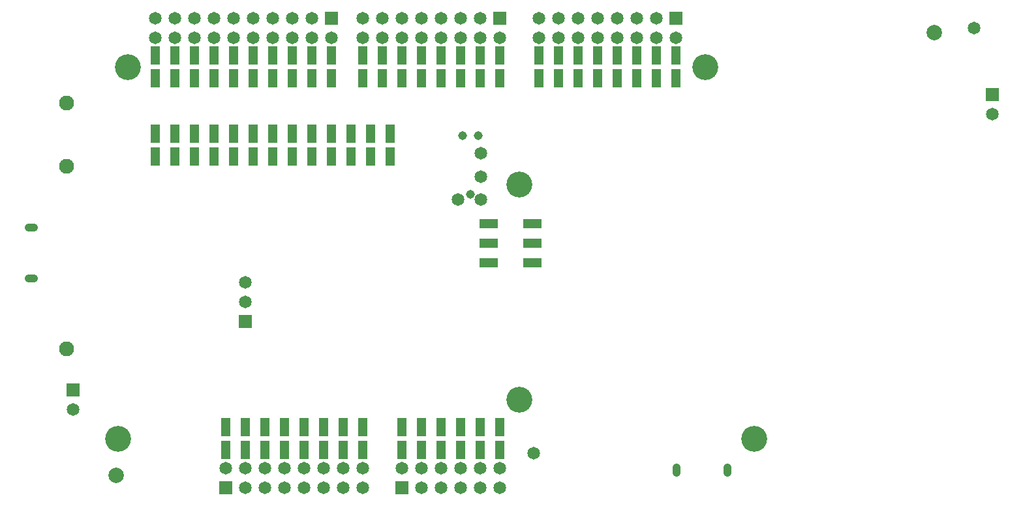
<source format=gbs>
G04*
G04 #@! TF.GenerationSoftware,Altium Limited,Altium Designer,22.6.1 (34)*
G04*
G04 Layer_Color=16711935*
%FSLAX24Y24*%
%MOIN*%
G70*
G04*
G04 #@! TF.SameCoordinates,198B4140-4809-47D1-8AA6-A140D55DAB78*
G04*
G04*
G04 #@! TF.FilePolarity,Negative*
G04*
G01*
G75*
%ADD134C,0.0651*%
%ADD183R,0.0462X0.0922*%
%ADD189C,0.0787*%
%ADD226R,0.0651X0.0651*%
%ADD227C,0.0761*%
%ADD228R,0.0651X0.0651*%
%ADD229O,0.0690X0.0414*%
%ADD230C,0.0450*%
%ADD231C,0.1320*%
%ADD232O,0.0414X0.0690*%
%ADD281R,0.0934X0.0462*%
D134*
X24050Y15219D02*
D03*
Y17581D02*
D03*
X22869Y15219D02*
D03*
X24050Y16400D02*
D03*
X50167Y19584D02*
D03*
X9400Y24500D02*
D03*
Y23500D02*
D03*
X12400D02*
D03*
Y24500D02*
D03*
X14400Y23500D02*
D03*
Y24500D02*
D03*
X15400Y23500D02*
D03*
Y24500D02*
D03*
X16400Y23500D02*
D03*
X13400Y24500D02*
D03*
Y23500D02*
D03*
X11400Y24500D02*
D03*
Y23500D02*
D03*
X10400D02*
D03*
Y24500D02*
D03*
X8400D02*
D03*
Y23500D02*
D03*
X7400D02*
D03*
Y24500D02*
D03*
X24000Y1500D02*
D03*
Y500D02*
D03*
X22000Y1500D02*
D03*
Y500D02*
D03*
X21000Y1500D02*
D03*
Y500D02*
D03*
X20000Y1500D02*
D03*
X23000Y500D02*
D03*
Y1500D02*
D03*
X25000Y500D02*
D03*
Y1500D02*
D03*
X17000Y500D02*
D03*
Y1500D02*
D03*
X16000D02*
D03*
Y500D02*
D03*
X14000Y1500D02*
D03*
Y500D02*
D03*
X11000Y1500D02*
D03*
X12000Y500D02*
D03*
Y1500D02*
D03*
X13000Y500D02*
D03*
Y1500D02*
D03*
X15000Y500D02*
D03*
Y1500D02*
D03*
X18000D02*
D03*
Y500D02*
D03*
X26750Y2250D02*
D03*
X3220Y4490D02*
D03*
X12000Y11000D02*
D03*
Y10000D02*
D03*
X49250Y24000D02*
D03*
X27000Y24500D02*
D03*
Y23500D02*
D03*
X30000D02*
D03*
Y24500D02*
D03*
X32000Y23500D02*
D03*
Y24500D02*
D03*
X33000Y23500D02*
D03*
Y24500D02*
D03*
X34000Y23500D02*
D03*
X31000Y24500D02*
D03*
Y23500D02*
D03*
X29000Y24500D02*
D03*
Y23500D02*
D03*
X28000D02*
D03*
Y24500D02*
D03*
X18000D02*
D03*
Y23500D02*
D03*
X21000D02*
D03*
Y24500D02*
D03*
X23000Y23500D02*
D03*
Y24500D02*
D03*
X24000Y23500D02*
D03*
Y24500D02*
D03*
X25000Y23500D02*
D03*
X22000Y24500D02*
D03*
Y23500D02*
D03*
X20000Y24500D02*
D03*
Y23500D02*
D03*
X19000D02*
D03*
Y24500D02*
D03*
D183*
X20000Y3577D02*
D03*
Y2423D02*
D03*
X24000D02*
D03*
Y3577D02*
D03*
X25000Y2423D02*
D03*
Y3577D02*
D03*
X23000Y2423D02*
D03*
Y3577D02*
D03*
X22000Y2423D02*
D03*
Y3577D02*
D03*
X21000D02*
D03*
Y2423D02*
D03*
X8400Y22577D02*
D03*
Y21423D02*
D03*
X7400Y22577D02*
D03*
Y21423D02*
D03*
X16400D02*
D03*
Y22577D02*
D03*
X12400D02*
D03*
Y21423D02*
D03*
X11400Y22577D02*
D03*
Y21423D02*
D03*
X13400Y22577D02*
D03*
Y21423D02*
D03*
X14400Y22577D02*
D03*
Y21423D02*
D03*
X15400D02*
D03*
Y22577D02*
D03*
X9400Y21423D02*
D03*
Y22577D02*
D03*
X10400Y21423D02*
D03*
Y22577D02*
D03*
X17000Y2423D02*
D03*
Y3577D02*
D03*
X18000Y2423D02*
D03*
Y3577D02*
D03*
X12000Y2423D02*
D03*
Y3577D02*
D03*
X13000D02*
D03*
Y2423D02*
D03*
X14000Y3577D02*
D03*
Y2423D02*
D03*
X16000Y3577D02*
D03*
Y2423D02*
D03*
X15000Y3577D02*
D03*
Y2423D02*
D03*
X11000D02*
D03*
Y3577D02*
D03*
X19400Y17423D02*
D03*
Y18577D02*
D03*
X15400Y17423D02*
D03*
Y18577D02*
D03*
X16400Y17423D02*
D03*
Y18577D02*
D03*
X7400D02*
D03*
Y17423D02*
D03*
X11400D02*
D03*
Y18577D02*
D03*
X12400Y17423D02*
D03*
Y18577D02*
D03*
X10400Y17423D02*
D03*
Y18577D02*
D03*
X9400Y17423D02*
D03*
Y18577D02*
D03*
X8400D02*
D03*
Y17423D02*
D03*
X14400Y18577D02*
D03*
Y17423D02*
D03*
X13400Y18577D02*
D03*
Y17423D02*
D03*
X17400Y18577D02*
D03*
Y17423D02*
D03*
X18400Y18577D02*
D03*
Y17423D02*
D03*
X34000Y21423D02*
D03*
Y22577D02*
D03*
X30000D02*
D03*
Y21423D02*
D03*
X29000Y22577D02*
D03*
Y21423D02*
D03*
X31000Y22577D02*
D03*
Y21423D02*
D03*
X32000Y22577D02*
D03*
Y21423D02*
D03*
X33000D02*
D03*
Y22577D02*
D03*
X27000Y21423D02*
D03*
Y22577D02*
D03*
X28000Y21423D02*
D03*
Y22577D02*
D03*
X25000Y21423D02*
D03*
Y22577D02*
D03*
X21000D02*
D03*
Y21423D02*
D03*
X20000Y22577D02*
D03*
Y21423D02*
D03*
X22000Y22577D02*
D03*
Y21423D02*
D03*
X23000Y22577D02*
D03*
Y21423D02*
D03*
X24000D02*
D03*
Y22577D02*
D03*
X18000Y21423D02*
D03*
Y22577D02*
D03*
X19000Y21423D02*
D03*
Y22577D02*
D03*
D189*
X47205Y23750D02*
D03*
X5411Y1120D02*
D03*
D226*
X50167Y20584D02*
D03*
X3220Y5490D02*
D03*
X12000Y9000D02*
D03*
D227*
X2880Y16929D02*
D03*
Y7590D02*
D03*
Y20157D02*
D03*
D228*
X16400Y24500D02*
D03*
X20000Y500D02*
D03*
X11000D02*
D03*
X34000Y24500D02*
D03*
X25000D02*
D03*
D229*
X1065Y11201D02*
D03*
Y13799D02*
D03*
D230*
X23900Y18500D02*
D03*
X23100D02*
D03*
X23500Y15500D02*
D03*
D231*
X26000Y5000D02*
D03*
Y16000D02*
D03*
X5500Y3000D02*
D03*
X6000Y22000D02*
D03*
X38000Y3000D02*
D03*
X35500Y22000D02*
D03*
D232*
X34027Y1400D02*
D03*
X36626D02*
D03*
D281*
X26662Y14000D02*
D03*
Y13000D02*
D03*
X24438Y14000D02*
D03*
Y13000D02*
D03*
X26662Y12000D02*
D03*
X24438D02*
D03*
M02*

</source>
